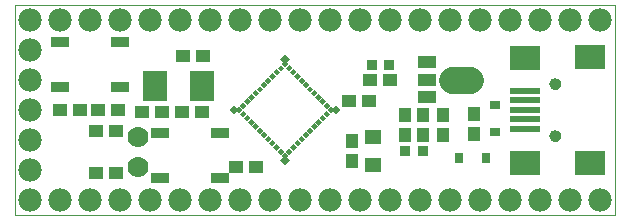
<source format=gts>
G75*
G70*
%OFA0B0*%
%FSLAX24Y24*%
%IPPOS*%
%LPD*%
%AMOC8*
5,1,8,0,0,1.08239X$1,22.5*
%
%ADD10C,0.0000*%
%ADD11R,0.0434X0.0473*%
%ADD12R,0.0473X0.0434*%
%ADD13R,0.0355X0.0355*%
%ADD14R,0.0640X0.0340*%
%ADD15R,0.1024X0.0237*%
%ADD16R,0.1024X0.0827*%
%ADD17C,0.0394*%
%ADD18R,0.0827X0.0985*%
%ADD19C,0.0700*%
%ADD20C,0.0780*%
%ADD21C,0.0906*%
%ADD22R,0.0620X0.0413*%
%ADD23R,0.0158X0.0158*%
%ADD24R,0.0217X0.0217*%
%ADD25R,0.0552X0.0453*%
%ADD26R,0.0367X0.0288*%
%ADD27R,0.0288X0.0367*%
D10*
X001050Y000150D02*
X001050Y007150D01*
X021050Y007150D01*
X021050Y000150D01*
X001050Y000150D01*
X018873Y002784D02*
X018875Y002810D01*
X018881Y002836D01*
X018891Y002861D01*
X018904Y002884D01*
X018920Y002904D01*
X018940Y002922D01*
X018962Y002937D01*
X018985Y002949D01*
X019011Y002957D01*
X019037Y002961D01*
X019063Y002961D01*
X019089Y002957D01*
X019115Y002949D01*
X019139Y002937D01*
X019160Y002922D01*
X019180Y002904D01*
X019196Y002884D01*
X019209Y002861D01*
X019219Y002836D01*
X019225Y002810D01*
X019227Y002784D01*
X019225Y002758D01*
X019219Y002732D01*
X019209Y002707D01*
X019196Y002684D01*
X019180Y002664D01*
X019160Y002646D01*
X019138Y002631D01*
X019115Y002619D01*
X019089Y002611D01*
X019063Y002607D01*
X019037Y002607D01*
X019011Y002611D01*
X018985Y002619D01*
X018961Y002631D01*
X018940Y002646D01*
X018920Y002664D01*
X018904Y002684D01*
X018891Y002707D01*
X018881Y002732D01*
X018875Y002758D01*
X018873Y002784D01*
X018873Y004516D02*
X018875Y004542D01*
X018881Y004568D01*
X018891Y004593D01*
X018904Y004616D01*
X018920Y004636D01*
X018940Y004654D01*
X018962Y004669D01*
X018985Y004681D01*
X019011Y004689D01*
X019037Y004693D01*
X019063Y004693D01*
X019089Y004689D01*
X019115Y004681D01*
X019139Y004669D01*
X019160Y004654D01*
X019180Y004636D01*
X019196Y004616D01*
X019209Y004593D01*
X019219Y004568D01*
X019225Y004542D01*
X019227Y004516D01*
X019225Y004490D01*
X019219Y004464D01*
X019209Y004439D01*
X019196Y004416D01*
X019180Y004396D01*
X019160Y004378D01*
X019138Y004363D01*
X019115Y004351D01*
X019089Y004343D01*
X019063Y004339D01*
X019037Y004339D01*
X019011Y004343D01*
X018985Y004351D01*
X018961Y004363D01*
X018940Y004378D01*
X018920Y004396D01*
X018904Y004416D01*
X018891Y004439D01*
X018881Y004464D01*
X018875Y004490D01*
X018873Y004516D01*
D11*
X016350Y003505D03*
X015310Y003485D03*
X014650Y003485D03*
X014050Y003485D03*
X014050Y002815D03*
X014650Y002815D03*
X015310Y002815D03*
X016350Y002835D03*
X012270Y002605D03*
X012270Y001935D03*
D12*
X009093Y001738D03*
X008424Y001738D03*
X004425Y001550D03*
X003755Y001550D03*
X003755Y002930D03*
X004425Y002930D03*
X005275Y003590D03*
X004485Y003650D03*
X003815Y003650D03*
X003205Y003650D03*
X002535Y003650D03*
X005945Y003590D03*
X006615Y003590D03*
X007285Y003590D03*
X012195Y003930D03*
X012865Y003930D03*
X012895Y004650D03*
X013565Y004650D03*
X007325Y005450D03*
X006655Y005450D03*
D13*
X012935Y005150D03*
X013525Y005150D03*
X014055Y002290D03*
X014645Y002290D03*
D14*
X007890Y002880D03*
X005890Y002880D03*
X005890Y001380D03*
X007890Y001380D03*
X004550Y004400D03*
X002550Y004400D03*
X002550Y005900D03*
X004550Y005900D03*
D15*
X018066Y004280D03*
X018066Y003965D03*
X018066Y003650D03*
X018066Y003335D03*
X018066Y003020D03*
D16*
X018066Y001878D03*
X020231Y001878D03*
X018066Y005382D03*
X020231Y005422D03*
D17*
X019050Y004516D03*
X019050Y002784D03*
D18*
X007277Y004450D03*
X005703Y004450D03*
D19*
X005150Y002750D03*
X005150Y001750D03*
D20*
X005550Y000650D03*
X006550Y000650D03*
X007550Y000650D03*
X008550Y000650D03*
X009550Y000650D03*
X010550Y000650D03*
X011550Y000650D03*
X012550Y000650D03*
X013550Y000650D03*
X014550Y000650D03*
X015550Y000650D03*
X016550Y000650D03*
X017550Y000650D03*
X018550Y000650D03*
X019550Y000650D03*
X020550Y000650D03*
X004550Y000650D03*
X003550Y000650D03*
X002550Y000650D03*
X001550Y000650D03*
X001550Y001650D03*
X001550Y002650D03*
X001550Y003650D03*
X001550Y004650D03*
X001550Y005650D03*
X001550Y006650D03*
X002550Y006650D03*
X003550Y006650D03*
X004550Y006650D03*
X005550Y006650D03*
X006550Y006650D03*
X007550Y006650D03*
X008550Y006650D03*
X009550Y006650D03*
X010550Y006650D03*
X011550Y006650D03*
X012550Y006650D03*
X013550Y006650D03*
X014550Y006650D03*
X015550Y006650D03*
X016550Y006650D03*
X017550Y006650D03*
X018550Y006650D03*
X019550Y006650D03*
X020550Y006650D03*
D21*
X016215Y004650D02*
X015625Y004650D01*
D22*
X014768Y004650D03*
X014768Y004059D03*
X014768Y005241D03*
D23*
G36*
X011164Y004179D02*
X011275Y004068D01*
X011164Y003957D01*
X011053Y004068D01*
X011164Y004179D01*
G37*
G36*
X011024Y004318D02*
X011135Y004207D01*
X011024Y004096D01*
X010913Y004207D01*
X011024Y004318D01*
G37*
G36*
X010885Y004457D02*
X010996Y004346D01*
X010885Y004235D01*
X010774Y004346D01*
X010885Y004457D01*
G37*
G36*
X010746Y004596D02*
X010857Y004485D01*
X010746Y004374D01*
X010635Y004485D01*
X010746Y004596D01*
G37*
G36*
X010607Y004735D02*
X010718Y004624D01*
X010607Y004513D01*
X010496Y004624D01*
X010607Y004735D01*
G37*
G36*
X010468Y004875D02*
X010579Y004764D01*
X010468Y004653D01*
X010357Y004764D01*
X010468Y004875D01*
G37*
G36*
X010328Y005014D02*
X010439Y004903D01*
X010328Y004792D01*
X010217Y004903D01*
X010328Y005014D01*
G37*
G36*
X010189Y005153D02*
X010300Y005042D01*
X010189Y004931D01*
X010078Y005042D01*
X010189Y005153D01*
G37*
G36*
X010050Y005292D02*
X010161Y005181D01*
X010050Y005070D01*
X009939Y005181D01*
X010050Y005292D01*
G37*
G36*
X009911Y005153D02*
X010022Y005042D01*
X009911Y004931D01*
X009800Y005042D01*
X009911Y005153D01*
G37*
G36*
X009772Y005014D02*
X009883Y004903D01*
X009772Y004792D01*
X009661Y004903D01*
X009772Y005014D01*
G37*
G36*
X009632Y004875D02*
X009743Y004764D01*
X009632Y004653D01*
X009521Y004764D01*
X009632Y004875D01*
G37*
G36*
X009493Y004735D02*
X009604Y004624D01*
X009493Y004513D01*
X009382Y004624D01*
X009493Y004735D01*
G37*
G36*
X009354Y004596D02*
X009465Y004485D01*
X009354Y004374D01*
X009243Y004485D01*
X009354Y004596D01*
G37*
G36*
X009215Y004457D02*
X009326Y004346D01*
X009215Y004235D01*
X009104Y004346D01*
X009215Y004457D01*
G37*
G36*
X009076Y004318D02*
X009187Y004207D01*
X009076Y004096D01*
X008965Y004207D01*
X009076Y004318D01*
G37*
G36*
X008936Y004179D02*
X009047Y004068D01*
X008936Y003957D01*
X008825Y004068D01*
X008936Y004179D01*
G37*
G36*
X008797Y004039D02*
X008908Y003928D01*
X008797Y003817D01*
X008686Y003928D01*
X008797Y004039D01*
G37*
G36*
X008658Y003900D02*
X008769Y003789D01*
X008658Y003678D01*
X008547Y003789D01*
X008658Y003900D01*
G37*
G36*
X008519Y003761D02*
X008630Y003650D01*
X008519Y003539D01*
X008408Y003650D01*
X008519Y003761D01*
G37*
G36*
X008658Y003622D02*
X008769Y003511D01*
X008658Y003400D01*
X008547Y003511D01*
X008658Y003622D01*
G37*
G36*
X008797Y003483D02*
X008908Y003372D01*
X008797Y003261D01*
X008686Y003372D01*
X008797Y003483D01*
G37*
G36*
X008936Y003343D02*
X009047Y003232D01*
X008936Y003121D01*
X008825Y003232D01*
X008936Y003343D01*
G37*
G36*
X009076Y003204D02*
X009187Y003093D01*
X009076Y002982D01*
X008965Y003093D01*
X009076Y003204D01*
G37*
G36*
X009215Y003065D02*
X009326Y002954D01*
X009215Y002843D01*
X009104Y002954D01*
X009215Y003065D01*
G37*
G36*
X009354Y002926D02*
X009465Y002815D01*
X009354Y002704D01*
X009243Y002815D01*
X009354Y002926D01*
G37*
G36*
X009493Y002787D02*
X009604Y002676D01*
X009493Y002565D01*
X009382Y002676D01*
X009493Y002787D01*
G37*
G36*
X009632Y002647D02*
X009743Y002536D01*
X009632Y002425D01*
X009521Y002536D01*
X009632Y002647D01*
G37*
G36*
X009772Y002508D02*
X009883Y002397D01*
X009772Y002286D01*
X009661Y002397D01*
X009772Y002508D01*
G37*
G36*
X010328Y002508D02*
X010439Y002397D01*
X010328Y002286D01*
X010217Y002397D01*
X010328Y002508D01*
G37*
G36*
X010468Y002647D02*
X010579Y002536D01*
X010468Y002425D01*
X010357Y002536D01*
X010468Y002647D01*
G37*
G36*
X010607Y002787D02*
X010718Y002676D01*
X010607Y002565D01*
X010496Y002676D01*
X010607Y002787D01*
G37*
G36*
X010746Y002926D02*
X010857Y002815D01*
X010746Y002704D01*
X010635Y002815D01*
X010746Y002926D01*
G37*
G36*
X010885Y003065D02*
X010996Y002954D01*
X010885Y002843D01*
X010774Y002954D01*
X010885Y003065D01*
G37*
G36*
X011024Y003204D02*
X011135Y003093D01*
X011024Y002982D01*
X010913Y003093D01*
X011024Y003204D01*
G37*
G36*
X011164Y003343D02*
X011275Y003232D01*
X011164Y003121D01*
X011053Y003232D01*
X011164Y003343D01*
G37*
G36*
X011303Y003483D02*
X011414Y003372D01*
X011303Y003261D01*
X011192Y003372D01*
X011303Y003483D01*
G37*
G36*
X011442Y003622D02*
X011553Y003511D01*
X011442Y003400D01*
X011331Y003511D01*
X011442Y003622D01*
G37*
G36*
X011581Y003761D02*
X011692Y003650D01*
X011581Y003539D01*
X011470Y003650D01*
X011581Y003761D01*
G37*
G36*
X011442Y003900D02*
X011553Y003789D01*
X011442Y003678D01*
X011331Y003789D01*
X011442Y003900D01*
G37*
G36*
X011303Y004039D02*
X011414Y003928D01*
X011303Y003817D01*
X011192Y003928D01*
X011303Y004039D01*
G37*
G36*
X010189Y002369D02*
X010300Y002258D01*
X010189Y002147D01*
X010078Y002258D01*
X010189Y002369D01*
G37*
G36*
X009911Y002369D02*
X010022Y002258D01*
X009911Y002147D01*
X009800Y002258D01*
X009911Y002369D01*
G37*
G36*
X010050Y002230D02*
X010161Y002119D01*
X010050Y002008D01*
X009939Y002119D01*
X010050Y002230D01*
G37*
D24*
G36*
X010050Y002118D02*
X010202Y001966D01*
X010050Y001814D01*
X009898Y001966D01*
X010050Y002118D01*
G37*
G36*
X011734Y003802D02*
X011886Y003650D01*
X011734Y003498D01*
X011582Y003650D01*
X011734Y003802D01*
G37*
G36*
X008366Y003802D02*
X008518Y003650D01*
X008366Y003498D01*
X008214Y003650D01*
X008366Y003802D01*
G37*
G36*
X010050Y005486D02*
X010202Y005334D01*
X010050Y005182D01*
X009898Y005334D01*
X010050Y005486D01*
G37*
D25*
X012990Y002733D03*
X012990Y001807D03*
D26*
X017050Y002897D03*
X017050Y003803D03*
D27*
X016743Y002050D03*
X015837Y002050D03*
M02*

</source>
